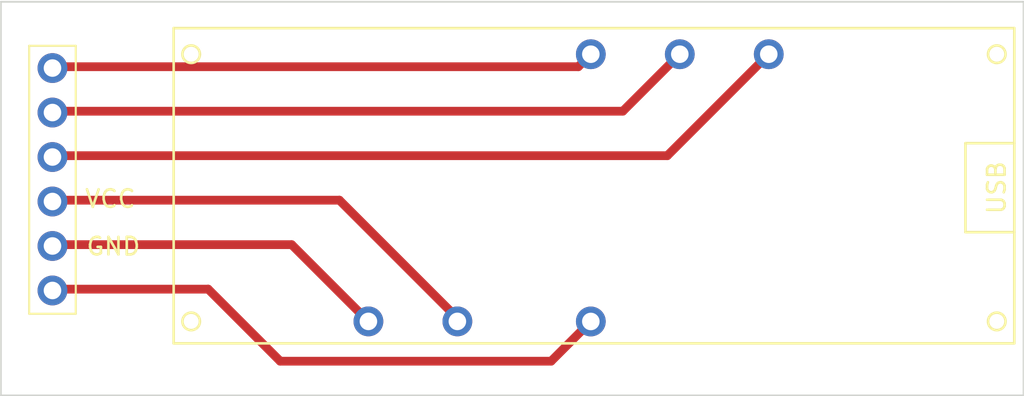
<source format=kicad_pcb>
(kicad_pcb (version 20211014) (generator pcbnew)
  (layers (0 "F.Cu" signal) (31 "B.Cu" signal) (36 "B.SilkS" user "B.Silkscreen") (37 "F.SilkS" user "F.Silkscreen") (38 "B.Mask" user) (39 "F.Mask" user) (44 "Edge.Cuts" user))
  (net 0 "")
  (footprint "arduino_micro:arduino_micro" (layer "F.Cu") (at 68.3373 52.6259)
    (fp_text reference "ARDUINO_MICRO_SHIELD" hide)
    (fp_text value "VAL**" hide)
    (fp_text user "USB" (at 46.99 -8.89 90) (layer "F.SilkS"))
    (fp_line (start 0 0) (end 0 -18) (layer "F.SilkS") (width 0.15))
    (fp_line (start 45.212 -11.43) (end 48.006 -11.43) (layer "F.SilkS") (width 0.15))
    (fp_line (start 48.006 -6.35) (end 45.212 -6.35) (layer "F.SilkS") (width 0.15))
    (fp_line (start 0 -18) (end 48 -18) (layer "F.SilkS") (width 0.15))
    (fp_line (start 45.212 -6.35) (end 45.212 -11.43) (layer "F.SilkS") (width 0.15))
    (fp_line (start 48 -18) (end 48 0) (layer "F.SilkS") (width 0.15))
    (fp_line (start 48 0) (end 0 0) (layer "F.SilkS") (width 0.15))
    (fp_circle (center 47 -1.254) (end 47.5 -1.254) (layer "F.SilkS") (width 0.15) (fill none))
    (fp_circle (center 47 -16.51) (end 47.5 -16.51) (layer "F.SilkS") (width 0.15) (fill none))
    (fp_circle (center 1 -16.51) (end 1.5 -16.51) (layer "F.SilkS") (width 0.15) (fill none))
    (fp_circle (center 1 -1.254) (end 1.5 -1.254) (layer "F.SilkS") (width 0.15) (fill none))
    (pad "A1" thru_hole circle (at 33.98 -16.51) (size 1.7 1.7) (drill 1) (layers *.Cu *.Mask))
    (pad "A3" thru_hole circle (at 28.9 -16.51) (size 1.7 1.7) (drill 1) (layers *.Cu *.Mask))
    (pad "A5" thru_hole circle (at 23.82 -1.25) (size 1.7 1.7) (drill 1) (layers *.Cu *.Mask))
    (pad "A5" thru_hole circle (at 23.82 -16.51) (size 1.7 1.7) (drill 1) (layers *.Cu *.Mask))
    (pad "GND" thru_hole circle (at 16.2 -1.254) (size 1.7 1.7) (drill 1) (layers *.Cu *.Mask))
    (pad "RX" thru_hole circle (at 11.12 -1.254) (size 1.7 1.7) (drill 1) (layers *.Cu *.Mask))
  )
  (footprint "Connector_PinHeader_2.54mm:PinHeader_1x06_P2.54mm_Vertical" (layer "F.Cu") (at 61.4172 36.9062)
    (fp_text reference "REF**" hide)
    (fp_text value "PinHeader_1x06_P2.54mm_Vertical" hide)
    (fp_line (start -1.33 14.03) (end 1.33 14.03) (layer "F.SilkS") (width 0.12))
    (fp_line (start 1.33 -1.27) (end 1.33 14.03) (layer "F.SilkS") (width 0.12))
    (fp_line (start -1.33 -1.27) (end -1.33 14.03) (layer "F.SilkS") (width 0.12))
    (fp_line (start -1.33 -1.27) (end 1.33 -1.27) (layer "F.SilkS") (width 0.12))
    (pad "" thru_hole oval (at 0 7.62) (size 1.7 1.7) (drill 1) (layers *.Cu *.Mask))
    (pad "" thru_hole oval (at 0 10.16) (size 1.7 1.7) (drill 1) (layers *.Cu *.Mask))
    (pad "" thru_hole oval (at 0 12.7) (size 1.7 1.7) (drill 1) (layers *.Cu *.Mask))
    (pad "" thru_hole oval (at 0 5.08) (size 1.7 1.7) (drill 1) (layers *.Cu *.Mask))
    (pad "" thru_hole oval (at 0 2.54) (size 1.7 1.7) (drill 1) (layers *.Cu *.Mask))
    (pad "" thru_hole circle (at 0 0) (size 1.7 1.7) (drill 1) (layers *.Cu *.Mask))
  )
  (gr_rect (start 58.4708 33.1216) (end 116.8654 55.6006) (layer "Edge.Cuts") (width 0.1) (fill none))
  (gr_text "VCC" (at 64.7192 44.3738) (layer "F.SilkS") (effects (font (size 1 1))))
  (gr_text "GND" (at 64.897 47.0916) (layer "F.SilkS") (effects (font (size 1 1))))
  (segment (start 91.4432 36.83) (end 61.4934 36.83) (width 0.5) (layer "F.Cu") (net 0))
  (segment (start 89.8884 53.6448) (end 92.1573 51.3759) (width 0.5) (layer "F.Cu") (net 0))
  (segment (start 93.9832 39.37) (end 97.2373 36.1159) (width 0.5) (layer "F.Cu") (net 0))
  (segment (start 92.1544 36.1188) (end 91.4432 36.83) (width 0.5) (layer "F.Cu") (net 0))
  (segment (start 61.4934 41.91) (end 96.5232 41.91) (width 0.5) (layer "F.Cu") (net 0))
  (segment (start 77.8002 44.45) (end 61.4934 44.45) (width 0.5) (layer "F.Cu") (net 0))
  (segment (start 96.5232 41.91) (end 102.3173 36.1159) (width 0.5) (layer "F.Cu") (net 0))
  (segment (start 84.5373 51.1871) (end 77.8002 44.45) (width 0.5) (layer "F.Cu") (net 0))
  (segment (start 61.4934 49.53) (end 70.3072 49.53) (width 0.5) (layer "F.Cu") (net 0))
  (segment (start 75.0754 46.99) (end 61.4934 46.99) (width 0.5) (layer "F.Cu") (net 0))
  (segment (start 61.4934 39.37) (end 93.9832 39.37) (width 0.5) (layer "F.Cu") (net 0))
  (segment (start 74.422 53.6448) (end 89.8884 53.6448) (width 0.5) (layer "F.Cu") (net 0))
  (segment (start 84.5373 51.3719) (end 84.5373 51.1871) (width 0.25) (layer "F.Cu") (net 0))
  (segment (start 70.3072 49.53) (end 74.422 53.6448) (width 0.5) (layer "F.Cu") (net 0))
  (segment (start 79.4573 51.3719) (end 75.0754 46.99) (width 0.5) (layer "F.Cu") (net 0))
)
</source>
